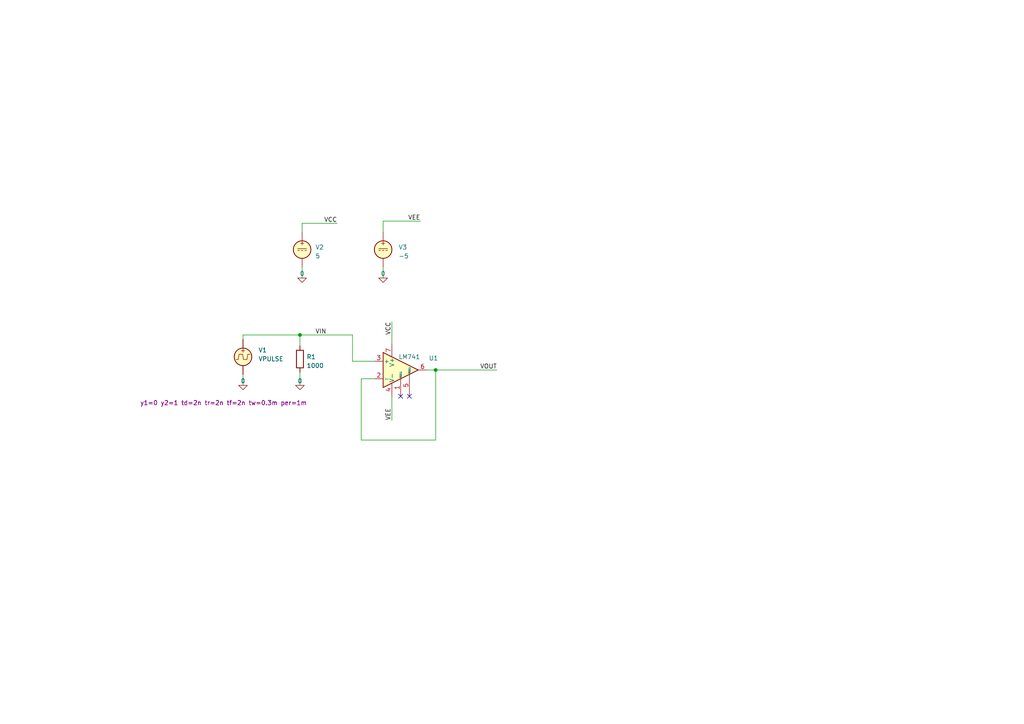
<source format=kicad_sch>
(kicad_sch (version 20230121) (generator eeschema)
  (paper "A4")
  (lib_symbols
    (symbol "Amplifier_Operational:LM741" (pin_names (offset 0.127))
      (property "Reference" "U" (at 0 6.35 0))
      (property "Value" "LM741" (at 0 3.81 0))
      (symbol "LM741_0_1"
        (polyline (pts (xy -5.08 5.08) (xy 5.08 0) (xy -5.08 -5.08) (xy -5.08 5.08)) (stroke (width 0.254)) (fill (type background)))
      )
      (symbol "LM741_1_1"
        (pin input line (at 0 -7.62 90) (length 5.08) (name "NULL") (number "1"))
        (pin input line (at -7.62 -2.54 0) (length 2.54) (name "-") (number "2"))
        (pin input line (at -7.62 2.54 0) (length 2.54) (name "+") (number "3"))
        (pin power_in line (at -2.54 -7.62 90) (length 3.81) (name "V-") (number "4"))
        (pin input line (at 2.54 -7.62 90) (length 6.35) (name "NULL") (number "5"))
        (pin output line (at 7.62 0 180) (length 2.54) (name "~") (number "6"))
        (pin power_in line (at -2.54 7.62 270) (length 3.81) (name "V+") (number "7"))
        (pin no_connect line (at 0 2.54 270) (length 2.54) hide (name "NC") (number "8"))
      )
    )
    (symbol "Device:R" (pin_numbers hide) (pin_names (offset 0))
      (property "Reference" "R" (at 2.032 0 90))
      (property "Value" "R" (at 0 0 90))
      (symbol "R_0_1"
        (rectangle (start -1.016 -2.54) (end 1.016 2.54) (stroke (width 0.254)))
      )
      (symbol "R_1_1"
        (pin passive line (at 0 3.81 270) (length 1.27) (name "~") (number "1"))
        (pin passive line (at 0 -3.81 90) (length 1.27) (name "~") (number "2"))
      )
    )
    (symbol "Simulation_SPICE:0" (power) (pin_names (offset 0))
      (property "Value" "0" (at 0 -1.778 0))
      (symbol "0_0_1"
        (polyline (pts (xy -1.27 0) (xy 0 -1.27) (xy 1.27 0) (xy -1.27 0)))
      )
      (symbol "0_1_1"
        (pin power_in line (at 0 0 0) (length 0) hide (name "0") (number "1"))
      )
    )
    (symbol "Simulation_SPICE:VDC" (pin_numbers hide) (pin_names (offset 0.0254))
      (property "Reference" "V" (at 2.54 2.54 0))
      (property "Value" "1" (at 2.54 0 0))
      (symbol "VDC_0_0"
        (polyline (pts (xy -1.27 0.254) (xy 1.27 0.254)))
        (polyline (pts (xy -0.762 -0.254) (xy -1.27 -0.254)))
        (polyline (pts (xy 0.254 -0.254) (xy -0.254 -0.254)))
        (polyline (pts (xy 1.27 -0.254) (xy 0.762 -0.254)))
        (text "+" (at 0 1.905 0) (effects (font (size 1.27 1.27))))
      )
      (symbol "VDC_0_1"
        (circle (center 0 0) (radius 2.54) (stroke (width 0.254)) (fill (type background)))
      )
      (symbol "VDC_1_1"
        (pin passive line (at 0 5.08 270) (length 2.54) (name "~") (number "1"))
        (pin passive line (at 0 -5.08 90) (length 2.54) (name "~") (number "2"))
      )
    )
    (symbol "Simulation_SPICE:VPULSE" (pin_numbers hide) (pin_names (offset 0.0254))
      (property "Reference" "V" (at 2.54 2.54 0))
      (property "Value" "VPULSE" (at 2.54 0 0))
      (property "Sim.Params" "y1=0 y2=1 td=2n tr=2n tf=2n tw=50n per=100n" (at 2.54 -2.54 0))
      (symbol "VPULSE_0_0"
        (polyline (pts (xy -2.032 -0.762) (xy -1.397 -0.762) (xy -1.143 0.762) (xy -0.127 0.762) (xy 0.127 -0.762) (xy 1.143 -0.762) (xy 1.397 0.762) (xy 2.032 0.762)))
        (text "+" (at 0 1.905 0) (effects (font (size 1.27 1.27))))
      )
      (symbol "VPULSE_0_1"
        (circle (center 0 0) (radius 2.54) (stroke (width 0.254)) (fill (type background)))
      )
      (symbol "VPULSE_1_1"
        (pin passive line (at 0 5.08 270) (length 2.54) (name "~") (number "1"))
        (pin passive line (at 0 -5.08 90) (length 2.54) (name "~") (number "2"))
      )
    )
  )
  (junction (at 86.995 97.155))
  (junction (at 126.365 107.315))
  (no_connect (at 118.745 114.935))
  (no_connect (at 116.205 114.935))
  (wire (pts (xy 86.995 97.155) (xy 86.995 100.33)))
  (wire (pts (xy 104.775 127.635) (xy 126.365 127.635)))
  (wire (pts (xy 87.63 77.47) (xy 87.63 80.645)))
  (wire (pts (xy 70.485 108.585) (xy 70.485 111.76)))
  (wire (pts (xy 87.63 67.31) (xy 87.63 64.77)))
  (wire (pts (xy 87.63 64.77) (xy 97.79 64.77)))
  (wire (pts (xy 86.995 107.95) (xy 86.995 111.76)))
  (wire (pts (xy 111.125 77.47) (xy 111.125 80.645)))
  (wire (pts (xy 111.125 67.31) (xy 111.125 64.135)))
  (wire (pts (xy 111.125 64.135) (xy 121.92 64.135)))
  (wire (pts (xy 126.365 127.635) (xy 126.365 107.315)))
  (wire (pts (xy 113.665 93.345) (xy 113.665 99.695)))
  (wire (pts (xy 113.665 114.935) (xy 113.665 121.92)))
  (wire (pts (xy 104.775 109.855) (xy 104.775 127.635)))
  (wire (pts (xy 126.365 107.315) (xy 144.145 107.315)))
  (wire (pts (xy 102.235 104.775) (xy 108.585 104.775)))
  (wire (pts (xy 70.485 97.155) (xy 86.995 97.155)))
  (wire (pts (xy 102.235 97.155) (xy 102.235 104.775)))
  (wire (pts (xy 70.485 98.425) (xy 70.485 97.155)))
  (wire (pts (xy 126.365 107.315) (xy 123.825 107.315)))
  (wire (pts (xy 86.995 97.155) (xy 102.235 97.155)))
  (wire (pts (xy 108.585 109.855) (xy 104.775 109.855)))
  (label "VOUT" (at 144.145 107.315 180))
  (label "VCC" (at 113.665 93.345 270))
  (label "VIN" (at 91.44 97.155 0))
  (label "VEE" (at 121.92 64.135 180))
  (label "VCC" (at 97.79 64.77 180))
  (label "VEE" (at 113.665 121.92 90))
  (symbol (lib_id "Simulation_SPICE:VDC") (at 111.125 72.39 0) (unit 1)
    (property "Reference" "V3" (at 115.57 71.7192 0) (effects (justify left)))
    (property "Value" "-5" (at 115.57 74.2592 0) (effects (justify left)))
    (property "Sim.Pins" "1=+ 2=-" (effects hide))
    (property "Sim.Type" "DC" (effects hide))
    (property "Sim.Device" "V" (effects hide))
  )
  (symbol (lib_id "Simulation_SPICE:0") (at 87.63 80.645 0) (unit 1)
    (property "Reference" "#GND04" (effects hide))
    (property "Value" "0" (at 87.63 79.375 0))
  )
  (symbol (lib_id "Device:R") (at 86.995 104.14 0) (unit 1)
    (property "Reference" "R1" (at 88.9 103.505 0) (effects (justify left)))
    (property "Value" "1000" (at 88.9 106.045 0) (effects (justify left)))
  )
  (symbol (lib_id "Simulation_SPICE:0") (at 111.125 80.645 0) (unit 1)
    (property "Reference" "#GND05" (effects hide))
    (property "Value" "0" (at 111.125 79.375 0))
  )
  (symbol (lib_id "Simulation_SPICE:0") (at 86.995 111.76 0) (unit 1)
    (property "Reference" "#GND02" (effects hide))
    (property "Value" "0" (at 86.995 110.49 0))
  )
  (symbol (lib_id "Simulation_SPICE:VDC") (at 87.63 72.39 0) (unit 1)
    (property "Reference" "V2" (at 91.44 71.7192 0) (effects (justify left)))
    (property "Value" "5" (at 91.44 74.2592 0) (effects (justify left)))
    (property "Sim.Pins" "1=+ 2=-" (effects hide))
    (property "Sim.Type" "DC" (effects hide))
    (property "Sim.Device" "V" (effects hide))
  )
  (symbol (lib_id "Simulation_SPICE:VPULSE") (at 70.485 103.505 0) (unit 1)
    (property "Reference" "V1" (at 74.93 101.5642 0) (effects (justify left)))
    (property "Value" "VPULSE" (at 74.93 104.1042 0) (effects (justify left)))
    (property "Sim.Pins" "1=+ 2=-" (effects hide))
    (property "Sim.Type" "PULSE" (effects hide))
    (property "Sim.Device" "V" (effects hide))
    (property "Sim.Params" "y1=0 y2=1 td=2n tr=2n tf=2n tw=0.3m per=1m" (at 40.64 116.84 0) (effects (justify left)))
  )
  (symbol (lib_id "Simulation_SPICE:0") (at 70.485 111.76 0) (unit 1)
    (property "Reference" "#GND01" (effects hide))
    (property "Value" "0" (at 70.485 110.49 0))
  )
  (symbol (lib_id "Amplifier_Operational:LM741") (at 116.205 107.315 0) (unit 1)
    (property "Reference" "U1" (at 125.73 103.8861 0))
    (property "Value" "LM741" (at 118.745 103.505 0))
    (property "Datasheet" "http://www.ti.com/lit/ds/symlink/lm741.pdf" (effects hide))
  )
)
</source>
